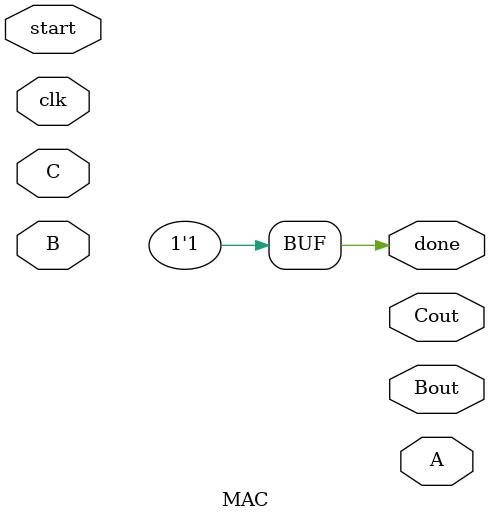
<source format=v>
`timescale 1ns / 1ps

module MAC(
    input clk,
    input B,
    input C,
    input start,
    output A,
    output Bout,
    output Cout,
    output reg done = 1
    );
    
    
    
    
endmodule
</source>
